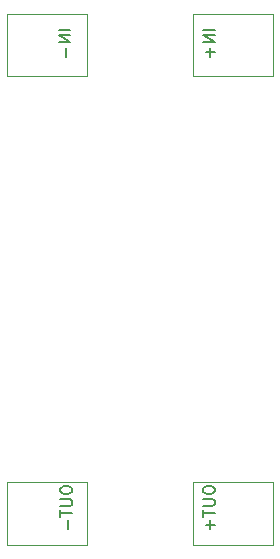
<source format=gbr>
%TF.GenerationSoftware,KiCad,Pcbnew,(5.1.9)-1*%
%TF.CreationDate,2021-03-04T00:36:31+01:00*%
%TF.ProjectId,IO_LINK,494f5f4c-494e-44b2-9e6b-696361645f70,rev?*%
%TF.SameCoordinates,Original*%
%TF.FileFunction,Legend,Bot*%
%TF.FilePolarity,Positive*%
%FSLAX46Y46*%
G04 Gerber Fmt 4.6, Leading zero omitted, Abs format (unit mm)*
G04 Created by KiCad (PCBNEW (5.1.9)-1) date 2021-03-04 00:36:31*
%MOMM*%
%LPD*%
G01*
G04 APERTURE LIST*
%ADD10C,0.120000*%
%ADD11C,0.150000*%
G04 APERTURE END LIST*
D10*
%TO.C,M2*%
X122682100Y-52044900D02*
X115900300Y-52044900D01*
X115900300Y-52044900D02*
X115900300Y-57353500D01*
X122682100Y-57353500D02*
X122682100Y-52044900D01*
X122682100Y-57353500D02*
X115900300Y-57353500D01*
X100203100Y-57353500D02*
X106984900Y-57353500D01*
X106984900Y-57353500D02*
X106984900Y-52044900D01*
X100203100Y-52044900D02*
X100203100Y-57353500D01*
X100203100Y-52044900D02*
X106984900Y-52044900D01*
X106984900Y-91719700D02*
X100203100Y-91719700D01*
X100203100Y-91719700D02*
X100203100Y-97028300D01*
X106984900Y-97028300D02*
X106984900Y-91719700D01*
X106984900Y-97028300D02*
X100203100Y-97028300D01*
X122682100Y-91719700D02*
X115900300Y-91719700D01*
X115900300Y-91719700D02*
X115900300Y-97028300D01*
X122682100Y-97028300D02*
X122682100Y-91719700D01*
X122682100Y-97028300D02*
X115900300Y-97028300D01*
D11*
X117749680Y-53391242D02*
X116749680Y-53391242D01*
X117749680Y-53867433D02*
X116749680Y-53867433D01*
X117749680Y-54438861D01*
X116749680Y-54438861D01*
X117368728Y-54915052D02*
X117368728Y-55676957D01*
X117749680Y-55296004D02*
X116987776Y-55296004D01*
X105532280Y-53391242D02*
X104532280Y-53391242D01*
X105532280Y-53867433D02*
X104532280Y-53867433D01*
X105532280Y-54438861D01*
X104532280Y-54438861D01*
X105151328Y-54915052D02*
X105151328Y-55676957D01*
X116749680Y-92285052D02*
X116749680Y-92475528D01*
X116797300Y-92570766D01*
X116892538Y-92666004D01*
X117083014Y-92713623D01*
X117416347Y-92713623D01*
X117606823Y-92666004D01*
X117702061Y-92570766D01*
X117749680Y-92475528D01*
X117749680Y-92285052D01*
X117702061Y-92189814D01*
X117606823Y-92094576D01*
X117416347Y-92046957D01*
X117083014Y-92046957D01*
X116892538Y-92094576D01*
X116797300Y-92189814D01*
X116749680Y-92285052D01*
X116749680Y-93142195D02*
X117559204Y-93142195D01*
X117654442Y-93189814D01*
X117702061Y-93237433D01*
X117749680Y-93332671D01*
X117749680Y-93523147D01*
X117702061Y-93618385D01*
X117654442Y-93666004D01*
X117559204Y-93713623D01*
X116749680Y-93713623D01*
X116749680Y-94046957D02*
X116749680Y-94618385D01*
X117749680Y-94332671D02*
X116749680Y-94332671D01*
X117368728Y-94951719D02*
X117368728Y-95713623D01*
X117749680Y-95332671D02*
X116987776Y-95332671D01*
X104684680Y-92285052D02*
X104684680Y-92475528D01*
X104732300Y-92570766D01*
X104827538Y-92666004D01*
X105018014Y-92713623D01*
X105351347Y-92713623D01*
X105541823Y-92666004D01*
X105637061Y-92570766D01*
X105684680Y-92475528D01*
X105684680Y-92285052D01*
X105637061Y-92189814D01*
X105541823Y-92094576D01*
X105351347Y-92046957D01*
X105018014Y-92046957D01*
X104827538Y-92094576D01*
X104732300Y-92189814D01*
X104684680Y-92285052D01*
X104684680Y-93142195D02*
X105494204Y-93142195D01*
X105589442Y-93189814D01*
X105637061Y-93237433D01*
X105684680Y-93332671D01*
X105684680Y-93523147D01*
X105637061Y-93618385D01*
X105589442Y-93666004D01*
X105494204Y-93713623D01*
X104684680Y-93713623D01*
X104684680Y-94046957D02*
X104684680Y-94618385D01*
X105684680Y-94332671D02*
X104684680Y-94332671D01*
X105303728Y-94951719D02*
X105303728Y-95713623D01*
%TD*%
M02*

</source>
